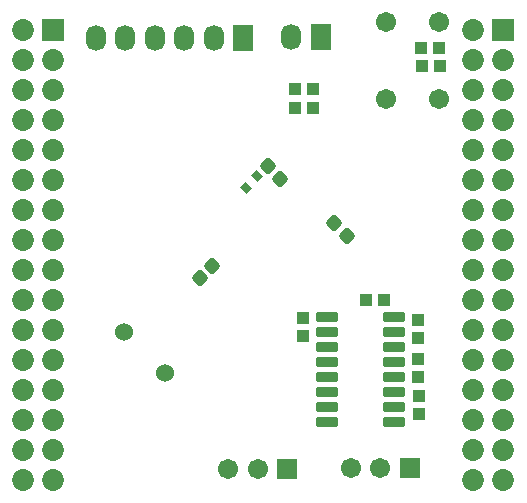
<source format=gbs>
G04*
G04 #@! TF.GenerationSoftware,Altium Limited,Altium NEXUS,4.0.7 (54)*
G04*
G04 Layer_Color=16711935*
%FSLAX44Y44*%
%MOMM*%
G71*
G04*
G04 #@! TF.SameCoordinates,2F636ACE-6931-4982-A4A6-23C36C612785*
G04*
G04*
G04 #@! TF.FilePolarity,Negative*
G04*
G01*
G75*
G04:AMPARAMS|DCode=24|XSize=1.0922mm|YSize=1.0922mm|CornerRadius=0.2127mm|HoleSize=0mm|Usage=FLASHONLY|Rotation=180.000|XOffset=0mm|YOffset=0mm|HoleType=Round|Shape=RoundedRectangle|*
%AMROUNDEDRECTD24*
21,1,1.0922,0.6668,0,0,180.0*
21,1,0.6668,1.0922,0,0,180.0*
1,1,0.4255,-0.3334,0.3334*
1,1,0.4255,0.3334,0.3334*
1,1,0.4255,0.3334,-0.3334*
1,1,0.4255,-0.3334,-0.3334*
%
%ADD24ROUNDEDRECTD24*%
G04:AMPARAMS|DCode=25|XSize=1.0922mm|YSize=1.0922mm|CornerRadius=0.2127mm|HoleSize=0mm|Usage=FLASHONLY|Rotation=270.000|XOffset=0mm|YOffset=0mm|HoleType=Round|Shape=RoundedRectangle|*
%AMROUNDEDRECTD25*
21,1,1.0922,0.6668,0,0,270.0*
21,1,0.6668,1.0922,0,0,270.0*
1,1,0.4255,-0.3334,-0.3334*
1,1,0.4255,-0.3334,0.3334*
1,1,0.4255,0.3334,0.3334*
1,1,0.4255,0.3334,-0.3334*
%
%ADD25ROUNDEDRECTD25*%
G04:AMPARAMS|DCode=29|XSize=1.0922mm|YSize=1.0922mm|CornerRadius=0.2127mm|HoleSize=0mm|Usage=FLASHONLY|Rotation=315.000|XOffset=0mm|YOffset=0mm|HoleType=Round|Shape=RoundedRectangle|*
%AMROUNDEDRECTD29*
21,1,1.0922,0.6668,0,0,315.0*
21,1,0.6668,1.0922,0,0,315.0*
1,1,0.4255,0.0000,-0.4715*
1,1,0.4255,-0.4715,0.0000*
1,1,0.4255,0.0000,0.4715*
1,1,0.4255,0.4715,0.0000*
%
%ADD29ROUNDEDRECTD29*%
%ADD30C,1.7032*%
%ADD31R,1.7032X1.7032*%
%ADD32O,1.7032X2.2032*%
%ADD33R,1.7032X2.2032*%
%ADD34C,1.5240*%
%ADD35C,1.8532*%
%ADD36R,1.8532X1.8532*%
G04:AMPARAMS|DCode=46|XSize=0.6mm|YSize=0.8mm|CornerRadius=0mm|HoleSize=0mm|Usage=FLASHONLY|Rotation=225.000|XOffset=0mm|YOffset=0mm|HoleType=Round|Shape=Rectangle|*
%AMROTATEDRECTD46*
4,1,4,-0.0707,0.4950,0.4950,-0.0707,0.0707,-0.4950,-0.4950,0.0707,-0.0707,0.4950,0.0*
%
%ADD46ROTATEDRECTD46*%

G04:AMPARAMS|DCode=49|XSize=0.8532mm|YSize=1.8532mm|CornerRadius=0.1504mm|HoleSize=0mm|Usage=FLASHONLY|Rotation=90.000|XOffset=0mm|YOffset=0mm|HoleType=Round|Shape=RoundedRectangle|*
%AMROUNDEDRECTD49*
21,1,0.8532,1.5525,0,0,90.0*
21,1,0.5525,1.8532,0,0,90.0*
1,1,0.3007,0.7763,0.2763*
1,1,0.3007,0.7763,-0.2763*
1,1,0.3007,-0.7763,-0.2763*
1,1,0.3007,-0.7763,0.2763*
%
%ADD49ROUNDEDRECTD49*%
G04:AMPARAMS|DCode=50|XSize=1.0922mm|YSize=1.0922mm|CornerRadius=0.2127mm|HoleSize=0mm|Usage=FLASHONLY|Rotation=45.000|XOffset=0mm|YOffset=0mm|HoleType=Round|Shape=RoundedRectangle|*
%AMROUNDEDRECTD50*
21,1,1.0922,0.6668,0,0,45.0*
21,1,0.6668,1.0922,0,0,45.0*
1,1,0.4255,0.4715,0.0000*
1,1,0.4255,0.0000,-0.4715*
1,1,0.4255,-0.4715,0.0000*
1,1,0.4255,0.0000,0.4715*
%
%ADD50ROUNDEDRECTD50*%
D24*
X329976Y177056D02*
D03*
X314736D02*
D03*
X255010Y340000D02*
D03*
X270250D02*
D03*
Y355750D02*
D03*
X255010D02*
D03*
X361880Y391000D02*
D03*
X377120D02*
D03*
X362130Y375750D02*
D03*
X377370D02*
D03*
D25*
X359250Y145630D02*
D03*
Y160870D02*
D03*
X261250Y146760D02*
D03*
Y162000D02*
D03*
X360250Y81130D02*
D03*
Y96370D02*
D03*
X359250Y112380D02*
D03*
X359250Y127620D02*
D03*
D29*
X231750Y290750D02*
D03*
X242526Y279974D02*
D03*
X288224Y242276D02*
D03*
X299000Y231500D02*
D03*
D30*
X327000Y35000D02*
D03*
X302000D02*
D03*
X223500Y34750D02*
D03*
X198500D02*
D03*
X331750Y347750D02*
D03*
X376750D02*
D03*
X331750Y412750D02*
D03*
X376750D02*
D03*
D31*
X352000Y35000D02*
D03*
X248500Y34750D02*
D03*
D32*
X251500Y399750D02*
D03*
X86000Y399250D02*
D03*
X111000D02*
D03*
X136000D02*
D03*
X161000D02*
D03*
X186000D02*
D03*
D33*
X276500Y399750D02*
D03*
X211000Y399250D02*
D03*
D34*
X110508Y149992D02*
D03*
X144992Y115508D02*
D03*
D35*
X25000Y75800D02*
D03*
X50400Y75800D02*
D03*
X25000Y101200D02*
D03*
X50400Y101200D02*
D03*
X25000Y126600D02*
D03*
X50400Y126600D02*
D03*
X25000Y355200D02*
D03*
X50400Y355200D02*
D03*
X25000Y380600D02*
D03*
X50400D02*
D03*
X25000Y406000D02*
D03*
X50400Y329800D02*
D03*
X25000Y329800D02*
D03*
X50400Y304400D02*
D03*
X25000Y304400D02*
D03*
X50400Y279000D02*
D03*
X25000D02*
D03*
X50400Y253600D02*
D03*
X25000D02*
D03*
X50400Y228200D02*
D03*
X25000Y228200D02*
D03*
X50400Y202800D02*
D03*
X25000Y202800D02*
D03*
X50400Y177400D02*
D03*
X25000D02*
D03*
X50400Y152000D02*
D03*
X25000D02*
D03*
X50400Y50400D02*
D03*
Y25000D02*
D03*
X25000Y50400D02*
D03*
Y25000D02*
D03*
X406000Y75800D02*
D03*
X431400D02*
D03*
X406000Y101200D02*
D03*
X431400Y101200D02*
D03*
X406000Y126600D02*
D03*
X431400D02*
D03*
X406000Y355200D02*
D03*
X431400D02*
D03*
X406000Y380600D02*
D03*
X431400D02*
D03*
X406000Y406000D02*
D03*
X431400Y329800D02*
D03*
X406000Y329800D02*
D03*
X431400Y304400D02*
D03*
X406000D02*
D03*
X431400Y279000D02*
D03*
X406000D02*
D03*
X431400Y253600D02*
D03*
X406000D02*
D03*
X431400Y228200D02*
D03*
X406000D02*
D03*
X431400Y202800D02*
D03*
X406000D02*
D03*
X431400Y177400D02*
D03*
X406000Y177400D02*
D03*
X431400Y152000D02*
D03*
X406000D02*
D03*
X431400Y50400D02*
D03*
Y25000D02*
D03*
X406000Y50400D02*
D03*
Y25000D02*
D03*
D36*
X50400Y406000D02*
D03*
X431400D02*
D03*
D46*
X222950Y282200D02*
D03*
X213050Y272300D02*
D03*
D49*
X282250Y74050D02*
D03*
Y86750D02*
D03*
Y99450D02*
D03*
Y112150D02*
D03*
Y124850D02*
D03*
Y137550D02*
D03*
Y150250D02*
D03*
Y162950D02*
D03*
X338750Y74050D02*
D03*
Y86750D02*
D03*
Y99450D02*
D03*
Y112150D02*
D03*
Y124850D02*
D03*
Y137550D02*
D03*
Y150250D02*
D03*
Y162950D02*
D03*
D50*
X184888Y206638D02*
D03*
X174112Y195862D02*
D03*
M02*

</source>
